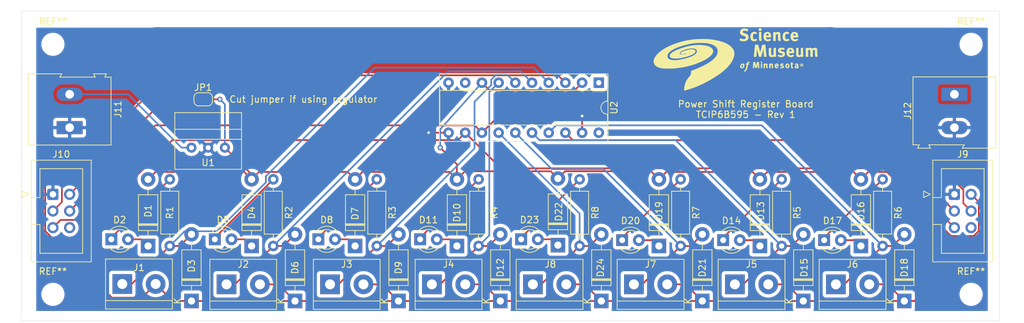
<source format=kicad_pcb>
(kicad_pcb (version 20211014) (generator pcbnew)
  (layers (0 "F.Cu" signal) (31 "B.Cu" signal) (34 "B.Paste" user) (35 "F.Paste" user) (36 "B.SilkS" user "B.Silkscreen") (37 "F.SilkS" user "F.Silkscreen") (38 "B.Mask" user) (39 "F.Mask" user) (44 "Edge.Cuts" user))
  (net 0 "")
  (net 1 "/D0")
  (net 2 "Net-(D1-Pad1)")
  (net 3 "/D1")
  (net 4 "Net-(D2-Pad1)")
  (net 5 "/D2")
  (net 6 "Net-(D4-Pad1)")
  (net 7 "/D3")
  (net 8 "Net-(D5-Pad1)")
  (net 9 "/D4")
  (net 10 "Net-(D7-Pad1)")
  (net 11 "/D5")
  (net 12 "Net-(D8-Pad1)")
  (net 13 "/D6")
  (net 14 "Net-(D10-Pad1)")
  (net 15 "/D7")
  (net 16 "Net-(D11-Pad1)")
  (net 17 "+VDC")
  (net 18 "GNDD")
  (net 19 "+5V")
  (net 20 "/SEROUT")
  (net 21 "/CLOCK")
  (net 22 "/LATCH")
  (net 24 "/SERIN")
  (net 26 "Net-(D13-Pad1)")
  (net 27 "Net-(J10-Pad2)")
  (net 28 "Net-(D14-Pad1)")
  (net 29 "Net-(D16-Pad1)")
  (net 30 "Net-(D17-Pad1)")
  (net 31 "Net-(D19-Pad1)")
  (net 32 "Net-(D20-Pad1)")
  (net 33 "Net-(D22-Pad1)")
  (net 34 "Net-(D23-Pad1)")
  (net 35 "GND")
  (footprint "TerminalBlock:TerminalBlock_bornier-2_P5.08mm" (layer "F.Cu") (at 82.804 178.816)
    (fp_text reference "J3" (at 2.54 -3.048) (layer "F.SilkS"))
    (fp_text value "Screw_Terminal_01x02")
    (pad "1" thru_hole rect (at 0 0) (size 3 3) (drill 1.52) (layers *.Cu *.Mask) (net 5 "/D2"))
    (pad "2" thru_hole circle (at 5.08 0) (size 3 3) (drill 1.52) (layers *.Cu *.Mask) (net 17 "+VDC"))
  )
  (footprint "Diode_THT:D_DO-41_SOD81_P10.16mm_Horizontal" (layer "F.Cu") (at 108.712 181.356 90)
    (fp_text reference "D12" (at 5.08 0 90) (layer "F.SilkS"))
    (fp_text value "1N4001")
    (fp_text user "K" (at 0 -2.1 90) (layer "F.SilkS"))
    (pad "1" thru_hole rect (at 0 0 90) (size 2.2 2.2) (drill 1.1) (layers *.Cu *.Mask) (net 17 "+VDC"))
    (pad "2" thru_hole oval (at 10.16 0 90) (size 2.2 2.2) (drill 1.1) (layers *.Cu *.Mask) (net 7 "/D3"))
  )
  (footprint "SMM:Resistor_L6.3mm_D2.5mm_P10.16mm_Horizontal" (layer "F.Cu") (at 120.777 162.814 -90)
    (fp_text reference "R8" (at 5.08 -2.37 90) (layer "F.SilkS"))
    (fp_text value "R")
    (pad "1" thru_hole circle (at 0 0 270) (size 1.6 1.6) (drill 0.8) (layers *.Cu *.Mask) (net 34 "Net-(D23-Pad1)"))
    (pad "2" thru_hole oval (at 10.16 0 270) (size 1.6 1.6) (drill 0.8) (layers *.Cu *.Mask) (net 9 "/D4"))
  )
  (footprint "TerminalBlock:TerminalBlock_bornier-2_P5.08mm" (layer "F.Cu") (at 67.056 178.816)
    (fp_text reference "J2" (at 2.54 -3.048) (layer "F.SilkS"))
    (fp_text value "Screw_Terminal_01x02")
    (pad "1" thru_hole rect (at 0 0) (size 3 3) (drill 1.52) (layers *.Cu *.Mask) (net 3 "/D1"))
    (pad "2" thru_hole circle (at 5.08 0) (size 3 3) (drill 1.52) (layers *.Cu *.Mask) (net 17 "+VDC"))
  )
  (footprint "SMM:LED_D3.0mm" (layer "F.Cu") (at 81.021 171.958)
    (fp_text reference "D8" (at 1.27 -2.96) (layer "F.SilkS"))
    (fp_text value "LED")
    (pad "1" thru_hole rect (at 0 0) (size 1.8 1.8) (drill 0.9) (layers *.Cu *.Mask) (net 12 "Net-(D8-Pad1)"))
    (pad "2" thru_hole circle (at 2.54 0) (size 1.8 1.8) (drill 0.9) (layers *.Cu *.Mask) (net 10 "Net-(D7-Pad1)"))
  )
  (footprint "SMM:LED_D3.0mm" (layer "F.Cu") (at 111.882 171.958)
    (fp_text reference "D23" (at 1.27 -2.96) (layer "F.SilkS"))
    (fp_text value "LED")
    (pad "1" thru_hole rect (at 0 0) (size 1.8 1.8) (drill 0.9) (layers *.Cu *.Mask) (net 34 "Net-(D23-Pad1)"))
    (pad "2" thru_hole circle (at 2.54 0) (size 1.8 1.8) (drill 0.9) (layers *.Cu *.Mask) (net 33 "Net-(D22-Pad1)"))
  )
  (footprint "Diode_THT:D_DO-41_SOD81_P10.16mm_Horizontal" (layer "F.Cu") (at 77.47 181.356 90)
    (fp_text reference "D6" (at 5.08 0 90) (layer "F.SilkS"))
    (fp_text value "1N4001")
    (fp_text user "K" (at 0 -2.1 90) (layer "F.SilkS"))
    (pad "1" thru_hole rect (at 0 0 90) (size 2.2 2.2) (drill 1.1) (layers *.Cu *.Mask) (net 17 "+VDC"))
    (pad "2" thru_hole oval (at 10.16 0 90) (size 2.2 2.2) (drill 1.1) (layers *.Cu *.Mask) (net 3 "/D1"))
  )
  (footprint "SMM:smm-logo-25mm" (layer "F.Cu") (at 144.526 144.526)
    (fp_text reference "G***")
    (fp_text value "LOGO" hide)
  )
  (footprint "Diode_THT:D_DO-41_SOD81_P10.16mm_Horizontal" (layer "F.Cu") (at 154.813 181.356 90)
    (fp_text reference "D15" (at 5.08 0.127 90) (layer "F.SilkS"))
    (fp_text value "1N4001")
    (fp_text user "K" (at 0 -2.1 90) (layer "F.SilkS"))
    (pad "1" thru_hole rect (at 0 0 90) (size 2.2 2.2) (drill 1.1) (layers *.Cu *.Mask) (net 17 "+VDC"))
    (pad "2" thru_hole oval (at 10.16 0 90) (size 2.2 2.2) (drill 1.1) (layers *.Cu *.Mask) (net 13 "/D6"))
  )
  (footprint "MountingHole:MountingHole_2.5mm" (layer "F.Cu") (at 180.34 142.24)
    (fp_text reference "REF**" (at 0 -3.5) (layer "F.SilkS"))
    (fp_text value "MountingHole_2.5mm")
    (pad "" np_thru_hole circle (at 0 0) (size 2.5 2.5) (drill 2.5) (layers F&B.Cu *.Mask))
  )
  (footprint "MountingHole:MountingHole_2.5mm" (layer "F.Cu") (at 180.34 180.34)
    (fp_text reference "REF**" (at 0 -3.5) (layer "F.SilkS"))
    (fp_text value "MountingHole_2.5mm")
    (pad "" np_thru_hole circle (at 0 0) (size 2.5 2.5) (drill 2.5) (layers F&B.Cu *.Mask))
  )
  (footprint "Diode_THT:D_DO-41_SOD81_P10.16mm_Horizontal" (layer "F.Cu") (at 86.614 172.974 90)
    (fp_text reference "D7" (at 4.9276 0 90) (layer "F.SilkS"))
    (fp_text value "1N4001")
    (pad "1" thru_hole rect (at 0 0 90) (size 2.2 2.2) (drill 1.1) (layers *.Cu *.Mask) (net 10 "Net-(D7-Pad1)"))
    (pad "2" thru_hole oval (at 10.16 0 90) (size 2.2 2.2) (drill 1.1) (layers *.Cu *.Mask) (net 19 "+5V"))
  )
  (footprint "TerminalBlock:TerminalBlock_bornier-2_P5.08mm" (layer "F.Cu") (at 51.19 178.762)
    (fp_text reference "J1" (at 2.54 -2.486) (layer "F.SilkS"))
    (fp_text value "Screw_Terminal_01x02")
    (pad "1" thru_hole rect (at 0 0) (size 3 3) (drill 1.52) (layers *.Cu *.Mask) (net 1 "/D0"))
    (pad "2" thru_hole circle (at 5.08 0) (size 3 3) (drill 1.52) (layers *.Cu *.Mask) (net 17 "+VDC"))
  )
  (footprint "TerminalBlock:TerminalBlock_bornier-2_P5.08mm" (layer "F.Cu") (at 129.032 178.816)
    (fp_text reference "J7" (at 2.54 -3.048) (layer "F.SilkS"))
    (fp_text value "Screw_Terminal_01x02")
    (pad "1" thru_hole rect (at 0 0) (size 3 3) (drill 1.52) (layers *.Cu *.Mask) (net 11 "/D5"))
    (pad "2" thru_hole circle (at 5.08 0) (size 3 3) (drill 1.52) (layers *.Cu *.Mask) (net 17 "+VDC"))
  )
  (footprint "SMM:LED_D3.0mm" (layer "F.Cu") (at 65.273 171.958)
    (fp_text reference "D5" (at 1.27 -2.96) (layer "F.SilkS"))
    (fp_text value "LED")
    (pad "1" thru_hole rect (at 0 0) (size 1.8 1.8) (drill 0.9) (layers *.Cu *.Mask) (net 8 "Net-(D5-Pad1)"))
    (pad "2" thru_hole circle (at 2.54 0) (size 1.8 1.8) (drill 0.9) (layers *.Cu *.Mask) (net 6 "Net-(D4-Pad1)"))
  )
  (footprint "SMM:TerminalBlock-2_P5.08mm_large" (layer "F.Cu") (at 43.18 154.94 90)
    (fp_text reference "J11" (at 2.794 7.366 90) (layer "F.SilkS"))
    (fp_text value "Screw_Terminal_01x02")
    (pad "1" thru_hole rect (at 0 0 90) (size 1.98 3.96) (drill 1.32) (layers *.Cu *.Mask) (net 35 "GND"))
    (pad "2" thru_hole oval (at 5.08 0 90) (size 1.98 3.96) (drill 1.32) (layers *.Cu *.Mask) (net 17 "+VDC"))
  )
  (footprint "SMM:Resistor_L6.3mm_D2.5mm_P10.16mm_Horizontal" (layer "F.Cu") (at 89.916 162.814 -90)
    (fp_text reference "R3" (at 5.08 -2.37 90) (layer "F.SilkS"))
    (fp_text value "R")
    (pad "1" thru_hole circle (at 0 0 270) (size 1.6 1.6) (drill 0.8) (layers *.Cu *.Mask) (net 12 "Net-(D8-Pad1)"))
    (pad "2" thru_hole oval (at 10.16 0 270) (size 1.6 1.6) (drill 0.8) (layers *.Cu *.Mask) (net 5 "/D2"))
  )
  (footprint "Connector_IDC:IDC-Header_2x03_P2.54mm_Vertical" (layer "F.Cu") (at 177.8 165.1)
    (fp_text reference "J9" (at 1.27 -6.1) (layer "F.SilkS"))
    (fp_text value "Conn_02x03_Odd_Even")
    (pad "1" thru_hole roundrect (at 0 0) (size 1.7 1.7) (drill 1) (layers *.Cu *.Mask) (roundrect_rratio 0.147059) (net 35 "GND"))
    (pad "2" thru_hole circle (at 2.54 0) (size 1.7 1.7) (drill 1) (layers *.Cu *.Mask) (net 19 "+5V"))
    (pad "3" thru_hole circle (at 0 2.54) (size 1.7 1.7) (drill 1) (layers *.Cu *.Mask) (net 20 "/SEROUT"))
    (pad "4" thru_hole circle (at 2.54 2.54) (size 1.7 1.7) (drill 1) (layers *.Cu *.Mask) (net 21 "/CLOCK"))
    (pad "5" thru_hole circle (at 0 5.08) (size 1.7 1.7) (drill 1) (layers *.Cu *.Mask) (net 22 "/LATCH"))
    (pad "6" thru_hole circle (at 2.54 5.08) (size 1.7 1.7) (drill 1) (layers *.Cu *.Mask))
  )
  (footprint "Package_DIP:DIP-20_W7.62mm_Socket" (layer "F.Cu") (at 123.693 148.092 -90)
    (fp_text reference "U2" (at 3.81 -2.33 90) (layer "F.SilkS"))
    (fp_text value "TPIC6B595")
    (pad "1" thru_hole rect (at 0 0 270) (size 1.6 1.6) (drill 0.8) (layers *.Cu *.Mask))
    (pad "2" thru_hole oval (at 0 2.54 270) (size 1.6 1.6) (drill 0.8) (layers *.Cu *.Mask) (net 19 "+5V"))
    (pad "3" thru_hole oval (at 0 5.08 270) (size 1.6 1.6) (drill 0.8) (layers *.Cu *.Mask) (net 24 "/SERIN"))
    (pad "4" thru_hole oval (at 0 7.62 270) (size 1.6 1.6) (drill 0.8) (layers *.Cu *.Mask) (net 1 "/D0"))
    (pad "5" thru_hole oval (at 0 10.16 270) (size 1.6 1.6) (drill 0.8) (layers *.Cu *.Mask) (net 3 "/D1"))
    (pad "6" thru_hole oval (at 0 12.7 270) (size 1.6 1.6) (drill 0.8) (layers *.Cu *.Mask) (net 5 "/D2"))
    (pad "7" thru_hole oval (at 0 15.24 270) (size 1.6 1.6) (drill 0.8) (layers *.Cu *.Mask) (net 7 "/D3"))
    (pad "8" thru_hole oval (at 0 17.78 270) (size 1.6 1.6) (drill 0.8) (layers *.Cu *.Mask) (net 19 "+5V"))
    (pad "9" thru_hole oval (at 0 20.32 270) (size 1.6 1.6) (drill 0.8) (layers *.Cu *.Mask) (net 18 "GNDD"))
    (pad "10" thru_hole oval (at 0 22.86 270) (size 1.6 1.6) (drill 0.8) (layers *.Cu *.Mask) (net 35 "GND"))
    (pad "11" thru_hole oval (at 7.62 22.86 270) (size 1.6 1.6) (drill 0.8) (layers *.Cu *.Mask) (net 35 "GND"))
    (pad "12" thru_hole oval (at 7.62 20.32 270) (size 1.6 1.6) (drill 0.8) (layers *.Cu *.Mask) (net 22 "/LATCH"))
    (pad "13" thru_hole oval (at 7.62 17.78 270) (size 1.6 1.6) (drill 0.8) (layers *.Cu *.Mask) (net 21 "/CLOCK"))
    (pad "14" thru_hole oval (at 7.62 15.24 270) (size 1.6 1.6) (drill 0.8) (layers *.Cu *.Mask) (net 9 "/D4"))
    (pad "15" thru_hole oval (at 7.62 12.7 270) (size 1.6 1.6) (drill 0.8) (layers *.Cu *.Mask) (net 11 "/D5"))
    (pad "16" thru_hole oval (at 7.62 10.16 270) (size 1.6 1.6) (drill 0.8) (layers *.Cu *.Mask) (net 13 "/D6"))
    (pad "17" thru_hole oval (at 7.62 7.62 270) (size 1.6 1.6) (drill 0.8) (layers *.Cu *.Mask) (net 15 "/D7"))
    (pad "18" thru_hole oval (at 7.62 5.08 270) (size 1.6 1.6) (drill 0.8) (layers *.Cu *.Mask) (net 20 "/SEROUT"))
    (pad "19" thru_hole oval (at 7.62 2.54 270) (size 1.6 1.6) (drill 0.8) (layers *.Cu *.Mask) (net 35 "GND"))
    (pad "20" thru_hole oval (at 7.62 0 270) (size 1.6 1.6) (drill 0.8) (layers *.Cu *.Mask))
  )
  (footprint "Diode_THT:D_DO-41_SOD81_P10.16mm_Horizontal" (layer "F.Cu") (at 124.079 181.356 90)
    (fp_text reference "D24" (at 5.08 -0.127 90) (layer "F.SilkS"))
    (fp_text value "1N4001")
    (fp_text user "K" (at 0 -2.1 90) (layer "F.SilkS"))
    (pad "1" thru_hole rect (at 0 0 90) (size 2.2 2.2) (drill 1.1) (layers *.Cu *.Mask) (net 17 "+VDC"))
    (pad "2" thru_hole oval (at 10.16 0 90) (size 2.2 2.2) (drill 1.1) (layers *.Cu *.Mask) (net 9 "/D4"))
  )
  (footprint "SMM:Resistor_L6.3mm_D2.5mm_P10.16mm_Horizontal" (layer "F.Cu") (at 166.878 162.814 -90)
    (fp_text reference "R6" (at 5.08 -2.37 90) (layer "F.SilkS"))
    (fp_text value "R")
    (pad "1" thru_hole circle (at 0 0 270) (size 1.6 1.6) (drill 0.8) (layers *.Cu *.Mask) (net 30 "Net-(D17-Pad1)"))
    (pad "2" thru_hole oval (at 10.16 0 270) (size 1.6 1.6) (drill 0.8) (layers *.Cu *.Mask) (net 15 "/D7"))
  )
  (footprint "SMM:Resistor_L6.3mm_D2.5mm_P10.16mm_Horizontal" (layer "F.Cu") (at 58.42 162.814 -90)
    (fp_text reference "R1" (at 5.08 0 90) (layer "F.SilkS"))
    (fp_text value "R")
    (pad "1" thru_hole circle (at 0 0 270) (size 1.6 1.6) (drill 0.8) (layers *.Cu *.Mask) (net 4 "Net-(D2-Pad1)"))
    (pad "2" thru_hole oval (at 10.16 0 270) (size 1.6 1.6) (drill 0.8) (layers *.Cu *.Mask) (net 1 "/D0"))
  )
  (footprint "Diode_THT:D_DO-41_SOD81_P10.16mm_Horizontal" (layer "F.Cu") (at 117.475 172.847 90)
    (fp_text reference "D22" (at 5.08 0.127 90) (layer "F.SilkS"))
    (fp_text value "1N4001")
    (pad "1" thru_hole rect (at 0 0 90) (size 2.2 2.2) (drill 1.1) (layers *.Cu *.Mask) (net 33 "Net-(D22-Pad1)"))
    (pad "2" thru_hole oval (at 10.16 0 90) (size 2.2 2.2) (drill 1.1) (layers *.Cu *.Mask) (net 19 "+5V"))
  )
  (footprint "Diode_THT:D_DO-41_SOD81_P10.16mm_Horizontal" (layer "F.Cu") (at 132.842 172.974 90)
    (fp_text reference "D19" (at 5.334 0 90) (layer "F.SilkS"))
    (fp_text value "1N4001")
    (pad "1" thru_hole rect (at 0 0 90) (size 2.2 2.2) (drill 1.1) (layers *.Cu *.Mask) (net 31 "Net-(D19-Pad1)"))
    (pad "2" thru_hole oval (at 10.16 0 90) (size 2.2 2.2) (drill 1.1) (layers *.Cu *.Mask) (net 19 "+5V"))
  )
  (footprint "Diode_THT:D_DO-41_SOD81_P10.16mm_Horizontal" (layer "F.Cu") (at 55.118 172.974 90)
    (fp_text reference "D1" (at 5.334 0 90) (layer "F.SilkS"))
    (fp_text value "1N4001")
    (pad "1" thru_hole rect (at 0 0 90) (size 2.2 2.2) (drill 1.1) (layers *.Cu *.Mask) (net 2 "Net-(D1-Pad1)"))
    (pad "2" thru_hole oval (at 10.16 0 90) (size 2.2 2.2) (drill 1.1) (layers *.Cu *.Mask) (net 19 "+5V"))
  )
  (footprint "SMM:Resistor_L6.3mm_D2.5mm_P10.16mm_Horizontal" (layer "F.Cu") (at 136.144 162.814 -90)
    (fp_text reference "R7" (at 5.08 -2.37 90) (layer "F.SilkS"))
    (fp_text value "R")
    (pad "1" thru_hole circle (at 0 0 270) (size 1.6 1.6) (drill 0.8) (layers *.Cu *.Mask) (net 32 "Net-(D20-Pad1)"))
    (pad "2" thru_hole oval (at 10.16 0 270) (size 1.6 1.6) (drill 0.8) (layers *.Cu *.Mask) (net 11 "/D5"))
  )
  (footprint "MountingHole:MountingHole_2.5mm" (layer "F.Cu") (at 40.64 142.24)
    (fp_text reference "REF**" (at 0 -3.5) (layer "F.SilkS"))
    (fp_text value "MountingHole_2.5mm")
    (pad "" np_thru_hole circle (at 0 0) (size 2.5 2.5) (drill 2.5) (layers F&B.Cu *.Mask))
  )
  (footprint "Diode_THT:D_DO-41_SOD81_P10.16mm_Horizontal" (layer "F.Cu") (at 93.218 181.356 90)
    (fp_text reference "D9" (at 5.08 0 90) (layer "F.SilkS"))
    (fp_text value "1N4001")
    (fp_text user "K" (at 0 -2.1 90) (layer "F.SilkS"))
    (pad "1" thru_hole rect (at 0 0 90) (size 2.2 2.2) (drill 1.1) (layers *.Cu *.Mask) (net 17 "+VDC"))
    (pad "2" thru_hole oval (at 10.16 0 90) (size 2.2 2.2) (drill 1.1) (layers *.Cu *.Mask) (net 5 "/D2"))
  )
  (footprint "SMM:LED_D3.0mm" (layer "F.Cu") (at 96.515 171.958)
    (fp_text reference "D11" (at 1.27 -2.96) (layer "F.SilkS"))
    (fp_text value "LED")
    (pad "1" thru_hole rect (at 0 0) (size 1.8 1.8) (drill 0.9) (layers *.Cu *.Mask) (net 16 "Net-(D11-Pad1)"))
    (pad "2" thru_hole circle (at 2.54 0) (size 1.8 1.8) (drill 0.9) (layers *.Cu *.Mask) (net 14 "Net-(D10-Pad1)"))
  )
  (footprint "Diode_THT:D_DO-41_SOD81_P10.16mm_Horizontal" (layer "F.Cu") (at 70.866 172.974 90)
    (fp_text reference "D4" (at 5.08 0 90) (layer "F.SilkS"))
    (fp_text value "1N4001")
    (pad "1" thru_hole rect (at 0 0 90) (size 2.2 2.2) (drill 1.1) (layers *.Cu *.Mask) (net 6 "Net-(D4-Pad1)"))
    (pad "2" thru_hole oval (at 10.16 0 90) (size 2.2 2.2) (drill 1.1) (layers *.Cu *.Mask) (net 19 "+5V"))
  )
  (footprint "SMM:LED_D3.0mm" (layer "F.Cu") (at 49.525 171.958)
    (fp_text reference "D2" (at 1.27 -2.96) (layer "F.SilkS"))
    (fp_text value "LED")
    (pad "1" thru_hole rect (at 0 0) (size 1.8 1.8) (drill 0.9) (layers *.Cu *.Mask) (net 4 "Net-(D2-Pad1)"))
    (pad "2" thru_hole circle (at 2.54 0) (size 1.8 1.8) (drill 0.9) (layers *.Cu *.Mask) (net 2 "Net-(D1-Pad1)"))
  )
  (footprint "Diode_THT:D_DO-41_SOD81_P10.16mm_Horizontal" (layer "F.Cu") (at 163.576 172.974 90)
    (fp_text reference "D16" (at 5.334 0 90) (layer "F.SilkS"))
    (fp_text value "1N4001")
    (pad "1" thru_hole rect (at 0 0 90) (size 2.2 2.2) (drill 1.1) (layers *.Cu *.Mask) (net 29 "Net-(D16-Pad1)"))
    (pad "2" thru_hole oval (at 10.16 0 90) (size 2.2 2.2) (drill 1.1) (layers *.Cu *.Mask) (net 19 "+5V"))
  )
  (footprint "TerminalBlock:TerminalBlock_bornier-2_P5.08mm" (layer "F.Cu") (at 113.665 178.816)
    (fp_text reference "J8" (at 2.667 -3.048) (layer "F.SilkS"))
    (fp_text value "Screw_Terminal_01x02")
    (pad "1" thru_hole rect (at 0 0) (size 3 3) (drill 1.52) (layers *.Cu *.Mask) (net 9 "/D4"))
    (pad "2" thru_hole circle (at 5.08 0) (size 3 3) (drill 1.52) (layers *.Cu *.Mask) (net 17 "+VDC"))
  )
  (footprint "SMM:Resistor_L6.3mm_D2.5mm_P10.16mm_Horizontal" (layer "F.Cu") (at 105.41 162.814 -90)
    (fp_text reference "R4" (at 5.08 -2.37 90) (layer "F.SilkS"))
    (fp_text value "R")
    (pad "1" thru_hole circle (at 0 0 270) (size 1.6 1.6) (drill 0.8) (layers *.Cu *.Mask) (net 16 "Net-(D11-Pad1)"))
    (pad "2" thru_hole oval (at 10.16 0 270) (size 1.6 1.6) (drill 0.8) (layers *.Cu *.Mask) (net 7 "/D3"))
  )
  (footprint "Connector_IDC:IDC-Header_2x03_P2.54mm_Vertical" (layer "F.Cu") (at 40.64 165.1)
    (fp_text reference "J10" (at 1.27 -6.1) (layer "F.SilkS"))
    (fp_text value "Conn_02x03_Odd_Even")
    (pad "1" thru_hole roundrect (at 0 0) (size 1.7 1.7) (drill 1) (layers *.Cu *.Mask) (roundrect_rratio 0.147059) (net 35 "GND"))
    (pad "2" thru_hole circle (at 2.54 0) (size 1.7 1.7) (drill 1) (layers *.Cu *.Mask) (net 27 "Net-(J10-Pad2)"))
    (pad "3" thru_hole circle (at 0 2.54) (size 1.7 1.7) (drill 1) (layers *.Cu *.Mask) (net 24 "/SERIN"))
    (pad "4" thru_hole circle (at 2.54 2.54) (size 1.7 1.7) (drill 1) (layers *.Cu *.Mask) (net 21 "/CLOCK"))
    (pad "5" thru_hole circle (at 0 5.08) (size 1.7 1.7) (drill 1) (layers *.Cu *.Mask) (net 22 "/LATCH"))
    (pad "6" thru_hole circle (at 2.54 5.08) (size 1.7 1.7) (drill 1) (layers *.Cu *.Mask))
  )
  (footprint "Diode_THT:D_DO-41_SOD81_P10.16mm_Horizontal" (layer "F.Cu") (at 61.722 181.356 90)
    (fp_text reference "D3" (at 5.334 0 90) (layer "F.SilkS"))
    (fp_text value "1N4001")
    (fp_text user "K" (at 0 -2.1 90) (layer "F.SilkS"))
    (pad "1" thru_hole rect (at 0 0 90) (size 2.2 2.2) (drill 1.1) (layers *.Cu *.Mask) (net 17 "+VDC"))
    (pad "2" thru_hole oval (at 10.16 0 90) (size 2.2 2.2) (drill 1.1) (layers *.Cu *.Mask) (net 1 "/D0"))
  )
  (footprint "SMM:TerminalBlock-2_P5.08mm_large" (layer "F.Cu") (at 177.8 149.86 -90)
    (fp_text reference "J12" (at 2.525 7.112 90) (layer "F.SilkS"))
    (fp_text value "Screw_Terminal_01x02")
    (pad "1" thru_hole rect (at 0 0 270) (size 1.98 3.96) (drill 1.32) (layers *.Cu *.Mask) (net 17 "+VDC"))
    (pad "2" thru_hole oval (at 5.08 0 270) (size 1.98 3.96) (drill 1.32) (layers *.Cu *.Mask) (net 35 "GND"))
  )
  (footprint "Jumper:SolderJumper-2_P1.3mm_Bridged_RoundedPad1.0x1.5mm" (layer "F.Cu") (at 63.5 150.622)
    (fp_text reference "JP1" (at 0 -1.8) (layer "F.SilkS"))
    (fp_text value "SolderJumper_2_Bridged")
    (fp_poly (pts (xy 0.25 -0.3) (xy -0.25 -0.3) (xy -0.25 0.3) (xy 0.25 0.3)) (layer "F.Cu") (width 0) (fill solid))
    (pad "1" smd custom (at -0.65 0) (size 1 0.5) (layers "F.Cu" "F.Mask") (net 27 "Net-(J10-Pad2)") (options (clearance outline) (anchor rect)) (primitives (gr_circle (center 0 0.25) (end 0.5 0.25) (width 0) (fill yes)) (gr_circle (center 0 -0.25) (end 0.5 -0.25) (width 0) (fill yes)) (gr_poly (pts (xy 0.5 0.75) (xy 0 0.75) (xy 0 -0.75) (xy 0.5 -0.75)) (width 0) (fill yes))))
    (pad "2" smd custom (at 0.65 0) (size 1 0.5) (layers "F.Cu" "F.Mask") (net 19 "+5V") (options (clearance outline) (anchor rect)) (primitives (gr_circle (center 0 0.25) (end 0.5 0.25) (width 0) (fill yes)) (gr_circle (center 0 -0.25) (end 0.5 -0.25) (width 0) (fill yes)) (gr_poly (pts (xy 0 0.75) (xy -0.5 0.75) (xy -0.5 -0.75) (xy 0 -0.75)) (width 0) (fill yes))))
  )
  (footprint "Diode_THT:D_DO-41_SOD81_P10.16mm_Horizontal" (layer "F.Cu") (at 148.209 172.974 90)
    (fp_text reference "D13" (at 5.334 0.127 90) (layer "F.SilkS"))
    (fp_text value "1N4001")
    (pad "1" thru_hole rect (at 0 0 90) (size 2.2 2.2) (drill 1.1) (layers *.Cu *.Mask) (net 26 "Net-(D13-Pad1)"))
    (pad "2" thru_hole oval (at 10.16 0 90) (size 2.2 2.2) (drill 1.1) (layers *.Cu *.Mask) (net 19 "+5V"))
  )
  (footprint "Diode_THT:D_DO-41_SOD81_P10.16mm_Horizontal" (layer "F.Cu") (at 102.108 172.974 90)
    (fp_text reference "D10" (at 5.08 0 90) (layer "F.SilkS"))
    (fp_text value "1N4001")
    (pad "1" thru_hole rect (at 0 0 90) (size 2.2 2.2) (drill 1.1) (layers *.Cu *.Mask) (net 14 "Net-(D10-Pad1)"))
    (pad "2" thru_hole oval (at 10.16 0 90) (size 2.2 2.2) (drill 1.1) (layers *.Cu *.Mask) (net 19 "+5V"))
  )
  (footprint "SMM:Resistor_L6.3mm_D2.5mm_P10.16mm_Horizontal" (layer "F.Cu") (at 151.511 162.814 -90)
    (fp_text reference "R5" (at 5.08 -2.37 90) (layer "F.SilkS"))
    (fp_text value "R")
    (pad "1" thru_hole circle (at 0 0 270) (size 1.6 1.6) (drill 0.8) (layers *.Cu *.Mask) (net 28 "Net-(D14-Pad1)"))
    (pad "2" thru_hole oval (at 10.16 0 270) (size 1.6 1.6) (drill 0.8) (layers *.Cu *.Mask) (net 13 "/D6"))
  )
  (footprint "SMM:LED_D3.0mm" (layer "F.Cu") (at 142.616 172.085)
    (fp_text reference "D14" (at 1.27 -2.96) (layer "F.SilkS"))
    (fp_text value "LED")
    (pad "1" thru_hole rect (at 0 0) (size 1.8 1.8) (drill 0.9) (layers *.Cu *.Mask) (net 28 "Net-(D14-Pad1)"))
    (pad "2" thru_hole circle (at 2.54 0) (size 1.8 1.8) (drill 0.9) (layers *.Cu *.Mask) (net 26 "Net-(D13-Pad1)"))
  )
  (footprint "TerminalBlock:TerminalBlock_bornier-2_P5.08mm" (layer "F.Cu") (at 144.399 178.816)
    (fp_text reference "J5" (at 2.54 -3.048) (layer "F.SilkS"))
    (fp_text value "Screw_Terminal_01x02")
    (pad "1" thru_hole rect (at 0 0) (size 3 3) (drill 1.52) (layers *.Cu *.Mask) (net 13 "/D6"))
    (pad "2" thru_hole circle (at 5.08 0) (size 3 3) (drill 1.52) (layers *.Cu *.Mask) (net 17 "+VDC"))
  )
  (footprint "Diode_THT:D_DO-41_SOD81_P10.16mm_Horizontal" (layer "F.Cu") (at 170.18 181.356 90)
    (fp_text reference "D18" (at 5.08 0 90) (layer "F.SilkS"))
    (fp_text value "1N4001")
    (fp_text user "K" (at 0 -2.1 90) (layer "F.SilkS"))
    (pad "1" thru_hole rect (at 0 0 90) (size 2.2 2.2) (drill 1.1) (layers *.Cu *.Mask) (net 17 "+VDC"))
    (pad "2" thru_hole oval (at 10.16 0 90) (size 2.2 2.2) (drill 1.1) (layers *.Cu *.Mask) (net 15 "/D7"))
  )
  (footprint "TerminalBlock:TerminalBlock_bornier-2_P5.08mm" (layer "F.Cu") (at 159.766 178.816)
    (fp_text reference "J6" (at 2.54 -3.048) (layer "F.SilkS"))
    (fp_text value "Screw_Terminal_01x02")
    (pad "1" thru_hole rect (at 0 0) (size 3 3) (drill 1.52) (layers *.Cu *.Mask) (net 15 "/D7"))
    (pad "2" thru_hole circle (at 5.08 0) (size 3 3) (drill 1.52) (layers *.Cu *.Mask) (net 17 "+VDC"))
  )
  (footprint "TerminalBlock:TerminalBlock_bornier-2_P5.08mm" (layer "F.Cu") (at 98.298 178.816)
    (fp_text reference "J4" (at 2.54 -3.048) (layer "F.SilkS"))
    (fp_text value "Screw_Terminal_01x02")
    (pad "1" thru_hole rect (at 0 0) (size 3 3) (drill 1.52) (layers *.Cu *.Mask) (net 7 "/D3"))
    (pad "2" thru_hole circle (at 5.08 0) (size 3 3) (drill 1.52) (layers *.Cu *.Mask) (net 17 "+VDC"))
  )
  (footprint "SMM:LED_D3.0mm" (layer "F.Cu") (at 157.983 172.085)
    (fp_text reference "D17" (at 1.27 -2.96) (layer "F.SilkS"))
    (fp_text value "LED")
    (pad "1" thru_hole rect (at 0 0) (size 1.8 1.8) (drill 0.9) (layers *.Cu *.Mask) (net 30 "Net-(D17-Pad1)"))
    (pad "2" thru_hole circle (at 2.54 0) (size 1.8 1.8) (drill 0.9) (layers *.Cu *.Mask) (net 29 "Net-(D16-Pad1)"))
  )
  (footprint "SMM:LED_D3.0mm" (layer "F.Cu") (at 127.249 172.085)
    (fp_text reference "D20" (at 1.27 -2.96) (layer "F.SilkS"))
    (fp_text value "LED")
    (pad "1" thru_hole rect (at 0 0) (size 1.8 1.8) (drill 0.9) (layers *.Cu *.Mask) (net 32 "Net-(D20-Pad1)"))
    (pad "2" thru_hole circle (at 2.54 0) (size 1.8 1.8) (drill 0.9) (layers *.Cu *.Mask) (net 31 "Net-(D19-Pad1)"))
  )
  (footprint "Diode_THT:D_DO-41_SOD81_P10.16mm_Horizontal" (layer "F.Cu") (at 139.446 181.356 90)
    (fp_text reference "D21" (at 5.08 0 90) (layer "F.SilkS"))
    (fp_text value "1N4001")
    (fp_text user "K" (at 0 -2.1 90) (layer "F.SilkS"))
    (pad "1" thru_hole rect (at 0 0 90) (size 2.2 2.2) (drill 1.1) (layers *.Cu *.Mask) (net 17 "+VDC"))
    (pad "2" thru_hole oval (at 10.16 0 90) (size 2.2 2.2) (drill 1.1) (layers *.Cu *.Mask) (net 11 "/D5"))
  )
  (footprint "MountingHole:MountingHole_2.5mm" (layer "F.Cu") (at 40.64 180.34)
    (fp_text reference "REF**" (at 0 -3.5) (layer "F.SilkS"))
    (fp_text value "MountingHole_2.5mm")
    (pad "" np_thru_hole circle (at 0 0) (size 2.5 2.5) (drill 2.5) (layers F&B.Cu *.Mask))
  )
  (footprint "SMM:Resistor_L6.3mm_D2.5mm_P10.16mm_Horizontal" (layer "F.Cu") (at 74.168 162.814 -90)
    (fp_text reference "R2" (at 5.08 -2.37 90) (layer "F.SilkS"))
    (fp_text value "R")
    (pad "1" thru_hole circle (at 0 0 270) (size 1.6 1.6) (drill 0.8) (layers *.Cu *.Mask) (net 8 "Net-(D5-Pad1)"))
    (pad "2" thru_hole oval (at 10.16 0 270) (size 1.6 1.6) (drill 0.8) (layers *.Cu *.Mask) (net 3 "/D1"))
  )
  (footprint "SMM:I50115" (layer "F.Cu") (at 64.262 157.988)
    (fp_text reference "U1" (at 0 2.286 unlocked) (layer "F.SilkS"))
    (fp_text value "I50115")
    (pad "1" thru_hole circle (at -2.54 0) (size 1.524 1.524) (drill 0.762) (layers *.Cu *.Mask) (net 17 "+VDC"))
    (pad "2" thru_hole circle (at 0 0) (size 1.524 1.524) (drill 0.762) (layers *.Cu *.Mask) (net 35 "GND"))
    (pad "3" thru_hole circle (at 2.54 0) (size 1.524 1.524) (drill 0.762) (layers *.Cu *.Mask) (net 19 "+5V"))
  )
  (gr_rect (start 35.814237 137.16) (end 184.658 184.404) (layer "Edge.Cuts") (width 0.05) (fill none))
  (gr_text "Cut jumper if using regulator" (at 78.74 150.622) (layer "F.SilkS") (effects (font (size 1 1))))
  (gr_text "Power Shift Register Board\nTCIP6B595 - Rev 1" (at 146.05 152.146) (layer "F.SilkS") (effects (font (size 1 1))))
  (segment (start 51.19 178.762) (end 52.632 178.762) (width 0.25) (layer "F.Cu") (net 1))
  (segment (start 59.944 172.974) (end 58.42 172.974) (width 0.25) (layer "F.Cu") (net 1))
  (segment (start 52.632 178.762) (end 58.42 172.974) (width 0.25) (layer "F.Cu") (net 1))
  (segment (start 61.722 171.196) (end 59.944 172.974) (width 0.25) (layer "F.Cu") (net 1))
  (segment (start 113.777 145.796) (end 116.073 148.092) (width 0.25) (layer "B.Cu") (net 1))
  (segment (start 60.660511 170.733489) (end 65.589789 170.733489) (width 0.25) (layer "B.Cu") (net 1))
  (segment (start 58.42 172.974) (end 60.660511 170.733489) (width 0.25) (layer "B.Cu") (net 1))
  (segment (start 65.589789 170.733489) (end 73.043489 163.279789) (width 0.25) (layer "B.Cu") (net 1))
  (segment (start 73.043489 163.279789) (end 73.043489 162.348211) (width 0.25) (layer "B.Cu") (net 1))
  (segment (start 89.5957 145.796) (end 113.777 145.796) (width 0.25) (layer "B.Cu") (net 1))
  (segment (start 73.043489 162.348211) (end 89.5957 145.796) (width 0.25) (layer "B.Cu") (net 1))
  (segment (start 52.065 171.958) (end 54.102 171.958) (width 0.25) (layer "F.Cu") (net 2))
  (segment (start 54.102 171.958) (end 55.118 172.974) (width 0.25) (layer "F.Cu") (net 2))
  (segment (start 77.47 171.196) (end 75.692 172.974) (width 0.25) (layer "F.Cu") (net 3))
  (segment (start 67.056 178.816) (end 68.326 178.816) (width 0.25) (layer "F.Cu") (net 3))
  (segment (start 75.692 172.974) (end 74.168 172.974) (width 0.25) (layer "F.Cu") (net 3))
  (segment (start 68.326 178.816) (end 74.168 172.974) (width 0.25) (layer "F.Cu") (net 3))
  (segment (start 111.80348 146.36248) (end 113.533 148.092) (width 0.25) (layer "B.Cu") (net 3))
  (segment (start 100.77952 146.36248) (end 111.80348 146.36248) (width 0.25) (layer "B.Cu") (net 3))
  (segment (start 74.168 172.974) (end 100.77952 146.36248) (width 0.25) (layer "B.Cu") (net 3))
  (segment (start 49.525 171.709) (end 49.525 171.958) (width 0.25) (layer "F.Cu") (net 4))
  (segment (start 58.42 162.814) (end 49.525 171.709) (width 0.25) (layer "F.Cu") (net 4))
  (segment (start 89.916 172.974) (end 91.44 172.974) (width 0.25) (layer "F.Cu") (net 5))
  (segment (start 84.074 178.816) (end 89.916 172.974) (width 0.25) (layer "F.Cu") (net 5))
  (segment (start 91.44 172.974) (end 93.218 171.196) (width 0.25) (layer "F.Cu") (net 5))
  (segment (start 82.804 178.816) (end 84.074 178.816) (width 0.25) (layer "F.Cu") (net 5))
  (segment (start 104.788489 150.989511) (end 107.328489 148.449511) (width 0.25) (layer "B.Cu") (net 5))
  (segment (start 89.916 172.974) (end 104.788489 158.101511) (width 0.25) (layer "B.Cu") (net 5))
  (segment (start 108.1427 146.812) (end 109.713 146.812) (width 0.25) (layer "B.Cu") (net 5))
  (segment (start 107.328489 147.626211) (end 108.1427 146.812) (width 0.25) (layer "B.Cu") (net 5))
  (segment (start 107.328489 148.449511) (end 107.328489 147.626211) (width 0.25) (layer "B.Cu") (net 5))
  (segment (start 104.788489 158.101511) (end 104.788489 150.989511) (width 0.25) (layer "B.Cu") (net 5))
  (segment (start 109.713 146.812) (end 110.993 148.092) (width 0.25) (layer "B.Cu") (net 5))
  (segment (start 69.85 171.958) (end 70.866 172.974) (width 0.25) (layer "F.Cu") (net 6))
  (segment (start 67.813 171.958) (end 69.85 171.958) (width 0.25) (layer "F.Cu") (net 6))
  (segment (start 106.934 172.974) (end 108.712 171.196) (width 0.25) (layer "F.Cu") (net 7))
  (segment (start 98.298 178.816) (end 99.568 178.816) (width 0.25) (layer "F.Cu") (net 7))
  (segment (start 105.41 172.974) (end 106.934 172.974) (width 0.25) (layer "F.Cu") (net 7))
  (segment (start 99.568 178.816) (end 105.41 172.974) (width 0.25) (layer "F.Cu") (net 7))
  (segment (start 107.037511 149.507489) (end 108.453 148.092) (width 0.25) (layer "B.Cu") (net 7))
  (segment (start 107.037511 171.346489) (end 107.037511 149.507489) (width 0.25) (layer "B.Cu") (net 7))
  (segment (start 105.41 172.974) (end 107.037511 171.346489) (width 0.25) (layer "B.Cu") (net 7))
  (segment (start 65.273 171.958) (end 65.273 171.709) (width 0.25) (layer "F.Cu") (net 8))
  (segment (start 65.273 171.709) (end 74.168 162.814) (width 0.25) (layer "F.Cu") (net 8))
  (segment (start 120.777 172.974) (end 122.301 172.974) (width 0.25) (layer "F.Cu") (net 9))
  (segment (start 113.665 178.816) (end 114.935 178.816) (width 0.25) (layer "F.Cu") (net 9))
  (segment (start 114.935 178.816) (end 120.777 172.974) (width 0.25) (layer "F.Cu") (net 9))
  (segment (start 122.301 172.974) (end 124.079 171.196) (width 0.25) (layer "F.Cu") (net 9))
  (segment (start 120.777 172.974) (end 120.777 168.036) (width 0.25) (layer "B.Cu") (net 9))
  (segment (start 120.777 168.036) (end 108.453 155.712) (width 0.25) (layer "B.Cu") (net 9))
  (segment (start 83.561 171.958) (end 85.598 171.958) (width 0.25) (layer "F.Cu") (net 10))
  (segment (start 85.598 171.958) (end 86.614 172.974) (width 0.25) (layer "F.Cu") (net 10))
  (segment (start 136.144 172.974) (end 137.668 172.974) (width 0.25) (layer "F.Cu") (net 11))
  (segment (start 137.668 172.974) (end 139.446 171.196) (width 0.25) (layer "F.Cu") (net 11))
  (segment (start 129.032 178.816) (end 130.302 178.816) (width 0.25) (layer "F.Cu") (net 11))
  (segment (start 130.302 178.816) (end 136.144 172.974) (width 0.25) (layer "F.Cu") (net 11))
  (segment (start 124.432489 161.262489) (end 116.543489 161.262489) (width 0.25) (layer "B.Cu") (net 11))
  (segment (start 116.543489 161.262489) (end 110.993 155.712) (width 0.25) (layer "B.Cu") (net 11))
  (segment (start 136.144 172.974) (end 124.432489 161.262489) (width 0.25) (layer "B.Cu") (net 11))
  (segment (start 81.021 171.709) (end 89.916 162.814) (width 0.25) (layer "F.Cu") (net 12))
  (segment (start 81.021 171.958) (end 81.021 171.709) (width 0.25) (layer "F.Cu") (net 12))
  (segment (start 151.511 172.974) (end 153.035 172.974) (width 0.25) (layer "F.Cu") (net 13))
  (segment (start 145.669 178.816) (end 151.511 172.974) (width 0.25) (layer "F.Cu") (net 13))
  (segment (start 144.399 178.816) (end 145.669 178.816) (width 0.25) (layer "F.Cu") (net 13))
  (segment (start 153.035 172.974) (end 154.813 171.196) (width 0.25) (layer "F.Cu") (net 13))
  (segment (start 135.373511 156.836511) (end 114.657511 156.836511) (width 0.25) (layer "B.Cu") (net 13))
  (segment (start 114.657511 156.836511) (end 113.533 155.712) (width 0.25) (layer "B.Cu") (net 13))
  (segment (start 151.511 172.974) (end 135.373511 156.836511) (width 0.25) (layer "B.Cu") (net 13))
  (segment (start 99.055 171.958) (end 101.092 171.958) (width 0.25) (layer "F.Cu") (net 14))
  (segment (start 101.092 171.958) (end 102.108 172.974) (width 0.25) (layer "F.Cu") (net 14))
  (segment (start 161.036 178.816) (end 166.878 172.974) (width 0.25) (layer "F.Cu") (net 15))
  (segment (start 166.878 172.974) (end 168.402 172.974) (width 0.25) (layer "F.Cu") (net 15))
  (segment (start 168.402 172.974) (end 170.18 171.196) (width 0.25) (layer "F.Cu") (net 15))
  (segment (start 159.766 178.816) (end 161.036 178.816) (width 0.25) (layer "F.Cu") (net 15))
  (segment (start 166.878 172.974) (end 148.491489 154.587489) (width 0.25) (layer "B.Cu") (net 15))
  (segment (start 148.491489 154.587489) (end 117.197511 154.587489) (width 0.25) (layer "B.Cu") (net 15))
  (segment (start 117.197511 154.587489) (end 116.073 155.712) (width 0.25) (layer "B.Cu") (net 15))
  (segment (start 96.515 171.958) (end 96.515 171.709) (width 0.25) (layer "F.Cu") (net 16))
  (segment (start 96.515 171.709) (end 105.41 162.814) (width 0.25) (layer "F.Cu") (net 16))
  (segment (start 121.539 178.816) (end 124.079 181.356) (width 0.25) (layer "F.Cu") (net 17))
  (segment (start 108.712 181.356) (end 124.079 181.356) (width 0.25) (layer "F.Cu") (net 17))
  (segment (start 90.678 178.816) (end 93.218 181.356) (width 0.25) (layer "F.Cu") (net 17))
  (segment (start 154.813 181.356) (end 170.18 181.356) (width 0.25) (layer "F.Cu") (net 17))
  (segment (start 152.273 178.816) (end 154.813 181.356) (width 0.25) (layer "F.Cu") (net 17))
  (segment (start 149.479 178.816) (end 152.273 178.816) (width 0.25) (layer "F.Cu") (net 17))
  (segment (start 39.465489 170.686511) (end 49.626978 180.848) (width 0.25) (layer "F.Cu") (net 17))
  (segment (start 139.446 181.356) (end 154.813 181.356) (width 0.25) (layer "F.Cu") (net 17))
  (segment (start 77.47 181.356) (end 93.218 181.356) (width 0.25) (layer "F.Cu") (net 17))
  (segment (start 61.722 181.356) (end 77.47 181.356) (width 0.25) (layer "F.Cu") (net 17))
  (segment (start 39.465489 153.574511) (end 39.465489 170.686511) (width 0.25) (layer "F.Cu") (net 17))
  (segment (start 124.079 181.356) (end 139.446 181.356) (width 0.25) (layer "F.Cu") (net 17))
  (segment (start 54.184 180.848) (end 56.27 178.762) (width 0.25) (layer "F.Cu") (net 17))
  (segment (start 182.49148 154.55148) (end 182.49148 170.56852) (width 0.25) (layer "F.Cu") (net 17))
  (segment (start 87.884 178.816) (end 90.678 178.816) (width 0.25) (layer "F.Cu") (net 17))
  (segment (start 106.172 178.816) (end 108.712 181.356) (width 0.25) (layer "F.Cu") (net 17))
  (segment (start 118.745 178.816) (end 121.539 178.816) (width 0.25) (layer "F.Cu") (net 17))
  (segment (start 136.906 178.816) (end 139.446 181.356) (width 0.25) (layer "F.Cu") (net 17))
  (segment (start 158.937449 143.142969) (end 165.65448 149.86) (width 7) (layer "F.Cu") (net 17))
  (segment (start 134.112 178.816) (end 136.906 178.816) (width 0.25) (layer "F.Cu") (net 17))
  (segment (start 177.8 149.86) (end 182.49148 154.55148) (width 0.25) (layer "F.Cu") (net 17))
  (segment (start 182.49148 170.56852) (end 171.704 181.356) (width 0.25) (layer "F.Cu") (net 17))
  (segment (start 171.704 181.356) (end 170.18 181.356) (width 0.25) (layer "F.Cu") (net 17))
  (segment (start 49.784 149.86) (end 43.18 149.86) (width 7) (layer "F.Cu") (net 17))
  (segment (start 49.626978 180.848) (end 54.184 180.848) (width 0.25) (layer "F.Cu") (net 17))
  (segment (start 167.64 178.816) (end 170.18 181.356) (width 0.25) (layer "F.Cu") (net 17))
  (segment (start 49.784 149.86) (end 56.501031 143.142969) (width 7) (layer "F.Cu") (net 17))
  (segment (start 164.846 178.816) (end 167.64 178.816) (width 0.25) (layer "F.Cu") (net 17))
  (segment (start 43.18 149.86) (end 39.465489 153.574511) (width 0.25) (layer "F.Cu") (net 17))
  (segment (start 56.27 178.762) (end 58.864 181.356) (width 0.25) (layer "F.Cu") (net 17))
  (segment (start 72.136 178.816) (end 74.93 178.816) (width 0.25) (layer "F.Cu") (net 17))
  (segment (start 93.218 181.356) (end 108.712 181.356) (width 0.25) (layer "F.Cu") (net 17))
  (segment (start 56.501031 143.142969) (end 158.937449 143.142969) (width 7) (layer "F.Cu") (net 17))
  (segment (start 177.8 149.86) (end 165.65448 149.86) (width 7) (layer "F.Cu") (net 17))
  (segment (start 58.864 181.356) (end 61.722 181.356) (width 0.25) (layer "F.Cu") (net 17))
  (segment (start 103.378 178.816) (end 106.172 178.816) (width 0.25) (layer "F.Cu") (net 17))
  (segment (start 74.93 178.816) (end 77.47 181.356) (width 0.25) (layer "F.Cu") (net 17))
  (segment (start 60.198 157.988) (end 61.722 157.988) (width 0.25) (layer "B.Cu") (net 17))
  (segment (start 52.07 149.86) (end 60.198 157.988) (width 0.25) (layer "B.Cu") (net 17))
  (segment (start 43.18 149.86) (end 52.07 149.86) (width 0.25) (layer "B.Cu") (net 17))
  (segment (start 102.108 160.528) (end 102.108 162.814) (width 0.25) (layer "F.Cu") (net 19))
  (segment (start 132.842 162.814) (end 133.966511 161.689489) (width 0.25) (layer "F.Cu") (net 19))
  (segment (start 85.489489 161.689489) (end 86.614 162.814) (width 0.25) (layer "F.Cu") (net 19))
  (segment (start 177.292 171.45) (end 180.73101 171.45) (width 0.25) (layer "F.Cu") (net 19))
  (segment (start 131.615001 161.587001) (end 132.842 162.814) (width 0.25) (layer "F.Cu") (net 19))
  (segment (start 55.118 162.814) (end 56.242511 161.689489) (width 0.25) (layer "F.Cu") (net 19))
  (segment (start 162.451489 161.689489) (end 163.576 162.814) (width 0.25) (layer "F.Cu") (net 19))
  (segment (start 86.614 162.814) (end 87.738511 161.689489) (width 0.25) (layer "F.Cu") (net 19))
  (segment (start 105.913 148.092) (end 107.037511 149.216511) (width 0.25) (layer "F.Cu") (net 19))
  (segment (start 163.576 162.814) (end 164.700511 161.689489) (width 0.25) (layer "F.Cu") (net 19))
  (segment (start 117.475 162.687) (end 118.574999 161.587001) (width 0.25) (layer "F.Cu") (net 19))
  (segment (start 118.574999 161.587001) (end 131.615001 161.587001) (width 0.25) (layer "F.Cu") (net 19))
  (segment (start 148.209 162.814) (end 149.333511 161.689489) (width 0.25) (layer "F.Cu") (net 19))
  (segment (start 120.028489 149.216511) (end 121.153 148.092) (width 0.25) (layer "F.Cu") (net 19))
  (segment (start 116.375001 161.587001) (end 117.475 162.687) (width 0.25) (layer "F.Cu") (net 19))
  (segment (start 66.04 150.622) (end 64.15 150.622) (width 0.25) (layer "F.Cu") (net 19))
  (segment (start 99.568 157.988) (end 102.108 160.528) (width 0.25) (layer "F.Cu") (net 19))
  (segment (start 70.866 162.814) (end 71.990511 161.689489) (width 0.25) (layer "F.Cu") (net 19))
  (segment (start 103.334999 161.587001) (end 116.375001 161.587001) (width 0.25) (layer "F.Cu") (net 19))
  (segment (start 70.866 162.814) (end 69.741489 161.689489) (width 0.25) (layer "F.Cu") (net 19))
  (segment (start 167.531489 161.689489) (end 177.292 171.45) (width 0.25) (layer "F.Cu") (net 19))
  (segment (start 71.990511 161.689489) (end 85.489489 161.689489) (width 0.25) (layer "F.Cu") (net 19))
  (segment (start 147.084489 161.689489) (end 148.209 162.814) (width 0.25) (layer "F.Cu") (net 19))
  (segment (start 70.866 162.052) (end 70.866 162.814) (width 0.25) (layer "F.Cu") (net 19))
  (segment (start 66.802 157.988) (end 70.866 162.052) (width 0.25) (layer "F.Cu") (net 19))
  (segment (start 149.333511 161.689489) (end 162.451489 161.689489) (width 0.25) (layer "F.Cu") (net 19))
  (segment (start 107.037511 149.216511) (end 120.028489 149.216511) (width 0.25) (layer "F.Cu") (net 19))
  (segment (start 87.738511 161.689489) (end 100.983489 161.689489) (width 0.25) (layer "F.Cu") (net 19))
  (segment (start 100.983489 161.689489) (end 102.108 162.814) (width 0.25) (layer "F.Cu") (net 19))
  (segment (start 133.966511 161.689489) (end 147.084489 161.689489) (width 0.25) (layer "F.Cu") (net 19))
  (segment (start 181.514511 166.274511) (end 180.34 165.1) (width 0.25) (layer "F.Cu") (net 19))
  (segment (start 180.73101 171.45) (end 181.514511 170.666499) (width 0.25) (layer "F.Cu") (net 19))
  (segment (start 70.104 162.814) (end 70.866 162.814) (width 0.25) (layer "F.Cu") (net 19))
  (segment (start 164.700511 161.689489) (end 167.531489 161.689489) (width 0.25) (layer "F.Cu") (net 19))
  (segment (start 181.514511 170.666499) (end 181.514511 166.274511) (width 0.25) (layer "F.Cu") (net 19))
  (segment (start 69.741489 161.689489) (end 56.242511 161.689489) (width 0.25) (layer "F.Cu") (net 19))
  (segment (start 102.108 162.814) (end 103.334999 161.587001) (width 0.25) (layer "F.Cu") (net 19))
  (via (at 99.568 157.988) (size 0.8) (drill 0.4) (layers "F.Cu" "B.Cu") (net 19))
  (via (at 66.04 150.622) (size 0.8) (drill 0.4) (layers "F.Cu" "B.Cu") (net 19))
  (segment (start 66.04 150.622) (end 66.802 151.384) (width 0.25) (layer "B.Cu") (net 19))
  (segment (start 99.568 157.988) (end 99.568 155.194) (width 0.25) (layer "B.Cu") (net 19))
  (segment (start 99.568 155.194) (end 105.913 148.092) (width 0.25) (layer "B.Cu") (net 19))
  (segment (start 66.802 151.384) (end 66.802 157.988) (width 0.25) (layer "B.Cu") (net 19))
  (segment (start 119.737511 156.836511) (end 166.996511 156.836511) (width 0.25) (layer "F.Cu") (net 20))
  (segment (start 118.613 155.712) (end 119.737511 156.836511) (width 0.25) (layer "F.Cu") (net 20))
  (segment (start 166.996511 156.836511) (end 177.8 167.64) (width 0.25) (layer "F.Cu") (net 20))
  (segment (start 105.913 155.712) (end 109.187511 152.437489) (width 0.25) (layer "F.Cu") (net 21))
  (segment (start 104.788489 154.587489) (end 105.913 155.712) (width 0.25) (layer "F.Cu") (net 21))
  (segment (start 164.817792 154.432) (end 169.164 154.432) (width 0.25) (layer "F.Cu") (net 21))
  (segment (start 56.232511 154.587489) (end 104.788489 154.587489) (width 0.25) (layer "F.Cu") (net 21))
  (segment (start 43.18 167.64) (end 56.232511 154.587489) (width 0.25) (layer "F.Cu") (net 21))
  (segment (start 169.164 154.432) (end 179.165489 164.433489) (width 0.25) (layer "F.Cu") (net 21))
  (segment (start 179.165489 164.433489) (end 179.165489 166.465489) (width 0.25) (layer "F.Cu") (net 21))
  (segment (start 109.187511 152.437489) (end 162.823281 152.437489) (width 0.25) (layer "F.Cu") (net 21))
  (segment (start 179.165489 166.465489) (end 180.34 167.64) (width 0.25) (layer "F.Cu") (net 21))
  (segment (start 162.823281 152.437489) (end 164.817792 154.432) (width 0.25) (layer "F.Cu") (net 21))
  (segment (start 58.809489 156.836511) (end 102.248489 156.836511) (width 0.25) (layer "F.Cu") (net 22))
  (segment (start 108.798481 161.137481) (end 168.757481 161.137481) (width 0.25) (layer "F.Cu") (net 22))
  (segment (start 102.248489 156.836511) (end 103.373 155.712) (width 0.25) (layer "F.Cu") (net 22))
  (segment (start 103.373 155.712) (end 108.798481 161.137481) (width 0.25) (layer "F.Cu") (net 22))
  (segment (start 168.757481 161.137481) (end 177.8 170.18) (width 0.25) (layer "F.Cu") (net 22))
  (segment (start 46.640511 169.005489) (end 58.809489 156.836511) (width 0.25) (layer "F.Cu") (net 22))
  (segment (start 41.814511 169.005489) (end 46.640511 169.005489) (width 0.25) (layer "F.Cu") (net 22))
  (segment (start 40.64 170.18) (end 41.814511 169.005489) (width 0.25) (layer "F.Cu") (net 22))
  (segment (start 117.488489 146.967489) (end 118.613 148.092) (width 0.25) (layer "F.Cu") (net 24))
  (segment (start 58.085199 146.967489) (end 117.488489 146.967489) (width 0.25) (layer "F.Cu") (net 24))
  (segment (start 42.005489 163.047199) (end 58.085199 146.967489) (width 0.25) (layer "F.Cu") (net 24))
  (segment (start 42.005489 166.274511) (end 42.005489 163.047199) (width 0.25) (layer "F.Cu") (net 24))
  (segment (start 40.64 167.64) (end 42.005489 166.274511) (width 0.25) (layer "F.Cu") (net 24))
  (segment (start 147.32 172.085) (end 148.209 172.974) (width 0.25) (layer "F.Cu") (net 26))
  (segment (start 145.156 172.085) (end 147.32 172.085) (width 0.25) (layer "F.Cu") (net 26))
  (segment (start 43.18 165.1) (end 57.658 150.622) (width 0.25) (layer "F.Cu") (net 27))
  (segment (start 57.658 150.622) (end 62.85 150.622) (width 0.25) (layer "F.Cu") (net 27))
  (segment (start 142.616 172.085) (end 142.616 171.709) (width 0.25) (layer "F.Cu") (net 28))
  (segment (start 142.616 171.709) (end 151.511 162.814) (width 0.25) (layer "F.Cu") (net 28))
  (segment (start 162.687 172.085) (end 163.576 172.974) (width 0.25) (layer "F.Cu") (net 29))
  (segment (start 160.523 172.085) (end 162.687 172.085) (width 0.25) (layer "F.Cu") (net 29))
  (segment (start 157.983 172.085) (end 157.983 171.709) (width 0.25) (layer "F.Cu") (net 30))
  (segment (start 157.983 171.709) (end 166.878 162.814) (width 0.25) (layer "F.Cu") (net 30))
  (segment (start 131.953 172.085) (end 132.842 172.974) (width 0.25) (layer "F.Cu") (net 31))
  (segment (start 129.789 172.085) (end 131.953 172.085) (width 0.25) (layer "F.Cu") (net 31))
  (segment (start 127.249 172.085) (end 127.249 171.709) (width 0.25) (layer "F.Cu") (net 32))
  (segment (start 127.249 171.709) (end 136.144 162.814) (width 0.25) (layer "F.Cu") (net 32))
  (segment (start 116.586 171.958) (end 117.475 172.847) (width 0.25) (layer "F.Cu") (net 33))
  (segment (start 114.422 171.958) (end 116.586 171.958) (width 0.25) (layer "F.Cu") (net 33))
  (segment (start 111.882 171.709) (end 120.777 162.814) (width 0.25) (layer "F.Cu") (net 34))
  (segment (start 111.882 171.958) (end 111.882 171.709) (width 0.25) (layer "F.Cu") (net 34))
  (segment (start 121.153 155.712) (end 121.153 153.167) (width 0.25) (layer "F.Cu") (net 35))
  (segment (start 98.288 155.712) (end 100.833 155.712) (width 0.25) (layer "F.Cu") (net 35))
  (segment (start 121.153 153.167) (end 121.158 153.162) (width 0.25) (layer "F.Cu") (net 35))
  (segment (start 97.79 155.702) (end 98.288 155.712) (width 0.25) (layer "F.Cu") (net 35))
  (via (at 97.79 155.702) (size 0.8) (drill 0.4) (layers "F.Cu" "B.Cu") (net 35))
  (via (at 121.158 153.162) (size 0.8) (drill 0.4) (layers "F.Cu" "B.Cu") (net 35))
  (zone (net 35) (net_name "GND") (layer "B.Cu") (connect_pads (clearance 0.508)) (min_thickness 0.254) (fill yes (thermal_gap 0.508) (thermal_bridge_width 0.508))
    (polygon (pts (xy 182.88 182.88) (xy 38.1 182.88) (xy 38.1 139.7) (xy 182.88 139.7)))
  )
)
</source>
